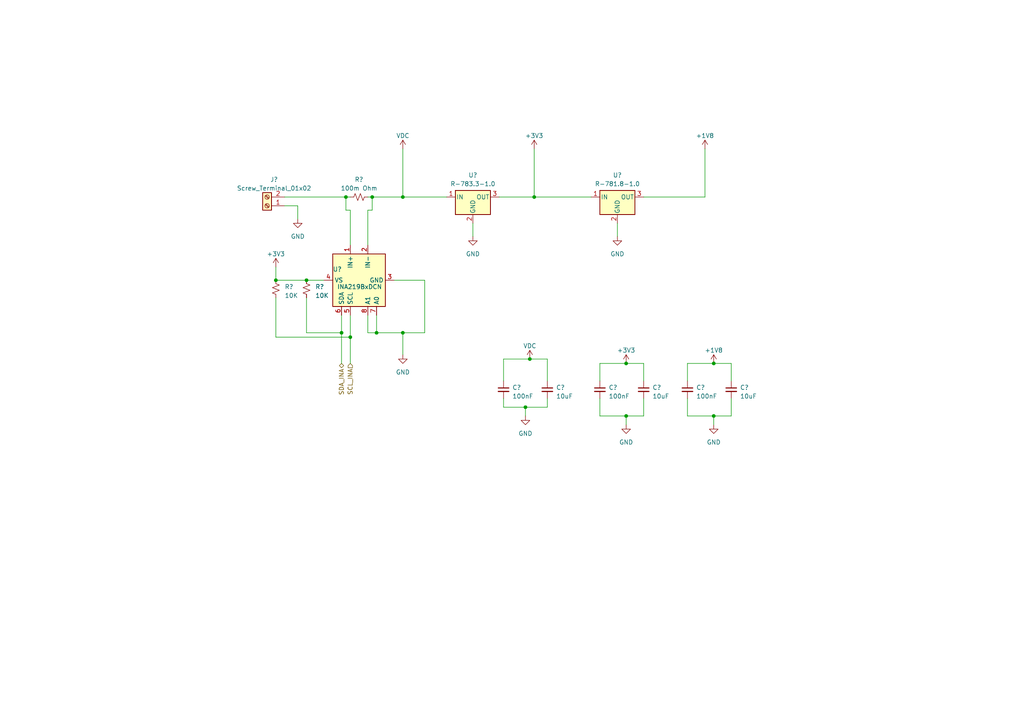
<source format=kicad_sch>
(kicad_sch (version 20210126) (generator eeschema)
  (paper "A4")
  (title_block (title "Asset tracker") (date "2021-04-22") (rev "V0") (company "eurocircutis"))
  (lib_symbols
    (symbol "Analog_ADC:INA219BxDCN"
      (property "Reference" "U" (at -6.35 8.89 0))
      (property "Value" "INA219BxDCN" (at 6.35 8.89 0))
      (symbol "INA219BxDCN_0_1"
        (rectangle (start -7.62 7.62) (end 7.62 -7.62) (stroke (width 0.254)) (fill (type background)))
      )
      (symbol "INA219BxDCN_1_1"
        (pin input line (at -10.16 2.54 0) (length 2.54) (name "IN+") (number "1"))
        (pin input line (at -10.16 -2.54 0) (length 2.54) (name "IN-") (number "2"))
        (pin power_in line (at 0 -10.16 90) (length 2.54) (name "GND") (number "3"))
        (pin power_in line (at 0 10.16 270) (length 2.54) (name "VS") (number "4"))
        (pin input line (at 10.16 2.54 180) (length 2.54) (name "SCL") (number "5"))
        (pin bidirectional line (at 10.16 5.08 180) (length 2.54) (name "SDA") (number "6"))
        (pin input line (at 10.16 -5.08 180) (length 2.54) (name "A0") (number "7"))
        (pin input line (at 10.16 -2.54 180) (length 2.54) (name "A1") (number "8"))
      )
    )
    (symbol "Connector:Screw_Terminal_01x02" (pin_names (offset 1.016) hide)
      (property "Reference" "J" (at 0 2.54 0))
      (property "Value" "Screw_Terminal_01x02" (at 0 -5.08 0))
      (symbol "Screw_Terminal_01x02_1_1"
        (circle (center 0 -2.54) (radius 0.635) (stroke (width 0.1524)))
        (circle (center 0 0) (radius 0.635) (stroke (width 0.1524)))
        (rectangle (start -1.27 1.27) (end 1.27 -3.81) (stroke (width 0.254)) (fill (type background)))
        (polyline (pts (xy -0.5334 -2.2098) (xy 0.3302 -3.048)) (stroke (width 0.1524)))
        (polyline (pts (xy -0.5334 0.3302) (xy 0.3302 -0.508)) (stroke (width 0.1524)))
        (polyline (pts (xy -0.3556 -2.032) (xy 0.508 -2.8702)) (stroke (width 0.1524)))
        (polyline (pts (xy -0.3556 0.508) (xy 0.508 -0.3302)) (stroke (width 0.1524)))
        (pin passive line (at -5.08 0 0) (length 3.81) (name "Pin_1") (number "1"))
        (pin passive line (at -5.08 -2.54 0) (length 3.81) (name "Pin_2") (number "2"))
      )
    )
    (symbol "Device:C_Small" (pin_numbers hide) (pin_names (offset 0.254) hide)
      (property "Reference" "C" (at 0.254 1.778 0))
      (property "Value" "C_Small" (at 0.254 -2.032 0))
      (symbol "C_Small_0_1"
        (polyline (pts (xy -1.524 -0.508) (xy 1.524 -0.508)) (stroke (width 0.3302)))
        (polyline (pts (xy -1.524 0.508) (xy 1.524 0.508)) (stroke (width 0.3048)))
      )
      (symbol "C_Small_1_1"
        (pin passive line (at 0 2.54 270) (length 2.032) (name "~") (number "1"))
        (pin passive line (at 0 -2.54 90) (length 2.032) (name "~") (number "2"))
      )
    )
    (symbol "Device:R_Small_US" (pin_numbers hide) (pin_names (offset 0.254) hide)
      (property "Reference" "R" (at 0.762 0.508 0))
      (property "Value" "R_Small_US" (at 0.762 -1.016 0))
      (symbol "R_Small_US_1_1"
        (polyline (pts (xy 0 0) (xy 1.016 -0.381) (xy 0 -0.762) (xy -1.016 -1.143) (xy 0 -1.524)))
        (polyline (pts (xy 0 1.524) (xy 1.016 1.143) (xy 0 0.762) (xy -1.016 0.381) (xy 0 0)))
        (pin passive line (at 0 2.54 270) (length 1.016) (name "~") (number "1"))
        (pin passive line (at 0 -2.54 90) (length 1.016) (name "~") (number "2"))
      )
    )
    (symbol "Regulator_Switching:R-781.8-1.0" (pin_names (offset 0.254))
      (property "Reference" "U" (at -3.81 3.175 0))
      (property "Value" "R-781.8-1.0" (at 0 3.175 0))
      (symbol "R-781.8-1.0_0_1"
        (rectangle (start -5.08 1.905) (end 5.08 -5.08) (stroke (width 0.254)) (fill (type background)))
      )
      (symbol "R-781.8-1.0_1_1"
        (pin power_in line (at -7.62 0 0) (length 2.54) (name "IN") (number "1"))
        (pin power_in line (at 0 -7.62 90) (length 2.54) (name "GND") (number "2"))
        (pin power_out line (at 7.62 0 180) (length 2.54) (name "OUT") (number "3"))
      )
    )
    (symbol "Regulator_Switching:R-783.3-1.0" (pin_names (offset 0.254))
      (property "Reference" "U" (at -3.81 3.175 0))
      (property "Value" "R-783.3-1.0" (at 0 3.175 0))
      (symbol "R-783.3-1.0_0_1"
        (rectangle (start -5.08 1.905) (end 5.08 -5.08) (stroke (width 0.254)) (fill (type background)))
      )
      (symbol "R-783.3-1.0_1_1"
        (pin power_in line (at -7.62 0 0) (length 2.54) (name "IN") (number "1"))
        (pin power_in line (at 0 -7.62 90) (length 2.54) (name "GND") (number "2"))
        (pin power_out line (at 7.62 0 180) (length 2.54) (name "OUT") (number "3"))
      )
    )
    (symbol "power:+1V8" (power) (pin_names (offset 0))
      (property "Value" "+1V8" (at 0 3.556 0))
      (symbol "+1V8_0_1"
        (polyline (pts (xy -0.762 1.27) (xy 0 2.54)))
        (polyline (pts (xy 0 0) (xy 0 2.54)))
        (polyline (pts (xy 0 2.54) (xy 0.762 1.27)))
      )
      (symbol "+1V8_1_1"
        (pin power_in line (at 0 0 90) (length 0) hide (name "+1V8") (number "1"))
      )
    )
    (symbol "power:+3V3" (power) (pin_names (offset 0))
      (property "Value" "+3V3" (at 0 3.556 0))
      (symbol "+3V3_0_1"
        (polyline (pts (xy -0.762 1.27) (xy 0 2.54)))
        (polyline (pts (xy 0 0) (xy 0 2.54)))
        (polyline (pts (xy 0 2.54) (xy 0.762 1.27)))
      )
      (symbol "+3V3_1_1"
        (pin power_in line (at 0 0 90) (length 0) hide (name "+3V3") (number "1"))
      )
    )
    (symbol "power:GND" (power) (pin_names (offset 0))
      (property "Value" "GND" (at 0 -3.81 0))
      (symbol "GND_0_1"
        (polyline (pts (xy 0 0) (xy 0 -1.27) (xy 1.27 -1.27) (xy 0 -2.54) (xy -1.27 -1.27) (xy 0 -1.27)))
      )
      (symbol "GND_1_1"
        (pin power_in line (at 0 0 270) (length 0) hide (name "GND") (number "1"))
      )
    )
    (symbol "power:VDC" (power) (pin_names (offset 0))
      (property "Value" "VDC" (at 0 6.35 0))
      (symbol "VDC_0_1"
        (polyline (pts (xy -0.762 1.27) (xy 0 2.54)))
        (polyline (pts (xy 0 0) (xy 0 2.54)))
        (polyline (pts (xy 0 2.54) (xy 0.762 1.27)))
      )
      (symbol "VDC_1_1"
        (pin power_in line (at 0 0 90) (length 0) hide (name "VDC") (number "1"))
      )
    )
  )
  (junction (at 80.01 81.28) (diameter 0.9144))
  (junction (at 88.9 81.28) (diameter 0.9144))
  (junction (at 99.06 96.52) (diameter 0.9144))
  (junction (at 100.33 57.15) (diameter 0.9144))
  (junction (at 101.6 97.79) (diameter 0.9144))
  (junction (at 107.95 57.15) (diameter 0.9144))
  (junction (at 109.22 96.52) (diameter 0.9144))
  (junction (at 116.84 57.15) (diameter 0.9144))
  (junction (at 116.84 96.52) (diameter 0.9144))
  (junction (at 152.4 118.11) (diameter 0.9144))
  (junction (at 153.67 104.14) (diameter 0.9144))
  (junction (at 154.94 57.15) (diameter 0.9144))
  (junction (at 181.61 105.41) (diameter 0.9144))
  (junction (at 181.61 120.65) (diameter 0.9144))
  (junction (at 207.01 105.41) (diameter 0.9144))
  (junction (at 207.01 120.65) (diameter 0.9144))
  (wire (pts (xy 80.01 81.28) (xy 80.01 77.47)))
  (wire (pts (xy 80.01 86.36) (xy 80.01 97.79)))
  (wire (pts (xy 80.01 97.79) (xy 101.6 97.79)))
  (wire (pts (xy 82.55 57.15) (xy 100.33 57.15)))
  (wire (pts (xy 82.55 59.69) (xy 86.36 59.69)))
  (wire (pts (xy 86.36 59.69) (xy 86.36 63.5)))
  (wire (pts (xy 88.9 81.28) (xy 80.01 81.28)))
  (wire (pts (xy 88.9 86.36) (xy 88.9 96.52)))
  (wire (pts (xy 93.98 81.28) (xy 88.9 81.28)))
  (wire (pts (xy 99.06 91.44) (xy 99.06 96.52)))
  (wire (pts (xy 99.06 96.52) (xy 88.9 96.52)))
  (wire (pts (xy 99.06 96.52) (xy 99.06 105.41)))
  (wire (pts (xy 100.33 57.15) (xy 100.33 60.96)))
  (wire (pts (xy 100.33 57.15) (xy 101.6 57.15)))
  (wire (pts (xy 101.6 60.96) (xy 100.33 60.96)))
  (wire (pts (xy 101.6 60.96) (xy 101.6 71.12)))
  (wire (pts (xy 101.6 97.79) (xy 101.6 91.44)))
  (wire (pts (xy 101.6 97.79) (xy 101.6 105.41)))
  (wire (pts (xy 106.68 57.15) (xy 107.95 57.15)))
  (wire (pts (xy 106.68 60.96) (xy 106.68 71.12)))
  (wire (pts (xy 106.68 60.96) (xy 107.95 60.96)))
  (wire (pts (xy 106.68 91.44) (xy 106.68 96.52)))
  (wire (pts (xy 106.68 96.52) (xy 109.22 96.52)))
  (wire (pts (xy 107.95 57.15) (xy 107.95 60.96)))
  (wire (pts (xy 107.95 57.15) (xy 116.84 57.15)))
  (wire (pts (xy 109.22 91.44) (xy 109.22 96.52)))
  (wire (pts (xy 109.22 96.52) (xy 116.84 96.52)))
  (wire (pts (xy 114.3 81.28) (xy 123.19 81.28)))
  (wire (pts (xy 116.84 43.18) (xy 116.84 57.15)))
  (wire (pts (xy 116.84 57.15) (xy 129.54 57.15)))
  (wire (pts (xy 116.84 96.52) (xy 116.84 102.87)))
  (wire (pts (xy 116.84 96.52) (xy 123.19 96.52)))
  (wire (pts (xy 123.19 81.28) (xy 123.19 96.52)))
  (wire (pts (xy 137.16 64.77) (xy 137.16 68.58)))
  (wire (pts (xy 144.78 57.15) (xy 154.94 57.15)))
  (wire (pts (xy 146.05 104.14) (xy 153.67 104.14)))
  (wire (pts (xy 146.05 110.49) (xy 146.05 104.14)))
  (wire (pts (xy 146.05 115.57) (xy 146.05 118.11)))
  (wire (pts (xy 152.4 118.11) (xy 146.05 118.11)))
  (wire (pts (xy 152.4 118.11) (xy 158.75 118.11)))
  (wire (pts (xy 152.4 120.65) (xy 152.4 118.11)))
  (wire (pts (xy 153.67 104.14) (xy 158.75 104.14)))
  (wire (pts (xy 154.94 43.18) (xy 154.94 57.15)))
  (wire (pts (xy 154.94 57.15) (xy 171.45 57.15)))
  (wire (pts (xy 158.75 104.14) (xy 158.75 110.49)))
  (wire (pts (xy 158.75 118.11) (xy 158.75 115.57)))
  (wire (pts (xy 173.99 105.41) (xy 181.61 105.41)))
  (wire (pts (xy 173.99 110.49) (xy 173.99 105.41)))
  (wire (pts (xy 173.99 120.65) (xy 173.99 115.57)))
  (wire (pts (xy 179.07 64.77) (xy 179.07 68.58)))
  (wire (pts (xy 181.61 105.41) (xy 186.69 105.41)))
  (wire (pts (xy 181.61 120.65) (xy 173.99 120.65)))
  (wire (pts (xy 181.61 120.65) (xy 186.69 120.65)))
  (wire (pts (xy 181.61 123.19) (xy 181.61 120.65)))
  (wire (pts (xy 186.69 57.15) (xy 204.47 57.15)))
  (wire (pts (xy 186.69 105.41) (xy 186.69 110.49)))
  (wire (pts (xy 186.69 120.65) (xy 186.69 115.57)))
  (wire (pts (xy 199.39 105.41) (xy 207.01 105.41)))
  (wire (pts (xy 199.39 110.49) (xy 199.39 105.41)))
  (wire (pts (xy 199.39 120.65) (xy 199.39 115.57)))
  (wire (pts (xy 204.47 43.18) (xy 204.47 57.15)))
  (wire (pts (xy 207.01 105.41) (xy 212.09 105.41)))
  (wire (pts (xy 207.01 120.65) (xy 199.39 120.65)))
  (wire (pts (xy 207.01 120.65) (xy 212.09 120.65)))
  (wire (pts (xy 207.01 123.19) (xy 207.01 120.65)))
  (wire (pts (xy 212.09 105.41) (xy 212.09 110.49)))
  (wire (pts (xy 212.09 120.65) (xy 212.09 115.57)))
  (hierarchical_label "SDA_INA" (shape bidirectional) (at 99.06 105.41 270))
  (hierarchical_label "SCL_INA" (shape input) (at 101.6 105.41 270))
  (symbol (lib_id "power:+3V3") (at 80.01 77.47 0) (unit 1)
    (property "Reference" "#PWR?" (effects hide))
    (property "Value" "+3V3" (at 80.01 73.66 0))
  )
  (symbol (lib_id "power:VDC") (at 116.84 43.18 0) (unit 1)
    (property "Reference" "#PWR?" (effects hide))
    (property "Value" "VDC" (at 116.84 39.37 0))
  )
  (symbol (lib_id "power:VDC") (at 153.67 104.14 0) (unit 1)
    (property "Reference" "#PWR?" (effects hide))
    (property "Value" "VDC" (at 153.67 100.33 0))
  )
  (symbol (lib_id "power:+3V3") (at 154.94 43.18 0) (unit 1)
    (property "Reference" "#PWR?" (effects hide))
    (property "Value" "+3V3" (at 154.94 39.37 0))
  )
  (symbol (lib_id "power:+3V3") (at 181.61 105.41 0) (unit 1)
    (property "Reference" "#PWR?" (effects hide))
    (property "Value" "+3V3" (at 181.61 101.6 0))
  )
  (symbol (lib_id "power:+1V8") (at 204.47 43.18 0) (unit 1)
    (property "Reference" "#PWR?" (effects hide))
    (property "Value" "+1V8" (at 204.47 39.37 0))
  )
  (symbol (lib_id "power:+1V8") (at 207.01 105.41 0) (unit 1)
    (property "Reference" "#PWR?" (effects hide))
    (property "Value" "+1V8" (at 207.01 101.6 0))
  )
  (symbol (lib_id "power:GND") (at 86.36 63.5 0) (unit 1)
    (property "Reference" "#PWR?" (effects hide))
    (property "Value" "GND" (at 86.36 68.58 0))
  )
  (symbol (lib_id "power:GND") (at 116.84 102.87 0) (unit 1)
    (property "Reference" "#PWR?" (effects hide))
    (property "Value" "GND" (at 116.84 107.95 0))
  )
  (symbol (lib_id "power:GND") (at 137.16 68.58 0) (unit 1)
    (property "Reference" "#PWR?" (effects hide))
    (property "Value" "GND" (at 137.16 73.66 0))
  )
  (symbol (lib_id "power:GND") (at 152.4 120.65 0) (unit 1)
    (property "Reference" "#PWR?" (effects hide))
    (property "Value" "GND" (at 152.4 125.73 0))
  )
  (symbol (lib_id "power:GND") (at 179.07 68.58 0) (unit 1)
    (property "Reference" "#PWR?" (effects hide))
    (property "Value" "GND" (at 179.07 73.66 0))
  )
  (symbol (lib_id "power:GND") (at 181.61 123.19 0) (unit 1)
    (property "Reference" "#PWR?" (effects hide))
    (property "Value" "GND" (at 181.61 128.27 0))
  )
  (symbol (lib_id "power:GND") (at 207.01 123.19 0) (unit 1)
    (property "Reference" "#PWR?" (effects hide))
    (property "Value" "GND" (at 207.01 128.27 0))
  )
  (symbol (lib_id "Device:R_Small_US") (at 80.01 83.82 0) (unit 1)
    (property "Reference" "R?" (at 82.55 83.1849 0) (effects (justify left)))
    (property "Value" "10K" (at 82.55 85.7249 0) (effects (justify left)))
  )
  (symbol (lib_id "Device:R_Small_US") (at 88.9 83.82 0) (unit 1)
    (property "Reference" "R?" (at 91.44 83.1849 0) (effects (justify left)))
    (property "Value" "10K" (at 91.44 85.7249 0) (effects (justify left)))
  )
  (symbol (lib_id "Device:R_Small_US") (at 104.14 57.15 90) (unit 1)
    (property "Reference" "R?" (at 104.14 52.07 90))
    (property "Value" "100m Ohm" (at 104.14 54.61 90))
    (property "Footprint" "vanalles:R_2512_6332Metric_Pad1.40x3.35mm_HandSolder" (effects hide))
  )
  (symbol (lib_id "Device:C_Small") (at 146.05 113.03 0) (unit 1)
    (property "Reference" "C?" (at 148.59 112.3949 0) (effects (justify left)))
    (property "Value" "100nF" (at 148.59 114.9349 0) (effects (justify left)))
  )
  (symbol (lib_id "Device:C_Small") (at 158.75 113.03 0) (unit 1)
    (property "Reference" "C?" (at 161.29 112.3949 0) (effects (justify left)))
    (property "Value" "10uF" (at 161.29 114.9349 0) (effects (justify left)))
  )
  (symbol (lib_id "Device:C_Small") (at 173.99 113.03 0) (unit 1)
    (property "Reference" "C?" (at 176.53 112.3949 0) (effects (justify left)))
    (property "Value" "100nF" (at 176.53 114.9349 0) (effects (justify left)))
  )
  (symbol (lib_id "Device:C_Small") (at 186.69 113.03 0) (unit 1)
    (property "Reference" "C?" (at 189.23 112.3949 0) (effects (justify left)))
    (property "Value" "10uF" (at 189.23 114.9349 0) (effects (justify left)))
  )
  (symbol (lib_id "Device:C_Small") (at 199.39 113.03 0) (unit 1)
    (property "Reference" "C?" (at 201.93 112.3949 0) (effects (justify left)))
    (property "Value" "100nF" (at 201.93 114.9349 0) (effects (justify left)))
  )
  (symbol (lib_id "Device:C_Small") (at 212.09 113.03 0) (unit 1)
    (property "Reference" "C?" (at 214.63 112.3949 0) (effects (justify left)))
    (property "Value" "10uF" (at 214.63 114.9349 0) (effects (justify left)))
  )
  (symbol (lib_id "Connector:Screw_Terminal_01x02") (at 77.47 59.69 180) (unit 1)
    (property "Reference" "J?" (at 79.502 52.07 0))
    (property "Value" "Screw_Terminal_01x02" (at 79.502 54.61 0))
    (property "Footprint" "connectors_user:2pin_screw" (effects hide))
  )
  (symbol (lib_id "Regulator_Switching:R-783.3-1.0") (at 137.16 57.15 0) (unit 1)
    (property "Reference" "U?" (at 137.16 50.8 0))
    (property "Value" "R-783.3-1.0" (at 137.16 53.34 0))
    (property "Footprint" "Converter_DCDC:Converter_DCDC_RECOM_R-78E-0.5_THT" (effects hide))
    (property "Datasheet" "https://www.recom-power.com/pdf/Innoline/R-78xx-1.0.pdf" (effects hide))
  )
  (symbol (lib_id "Regulator_Switching:R-781.8-1.0") (at 179.07 57.15 0) (unit 1)
    (property "Reference" "U?" (at 179.07 50.8 0))
    (property "Value" "R-781.8-1.0" (at 179.07 53.34 0))
    (property "Footprint" "Converter_DCDC:Converter_DCDC_RECOM_R-78E-0.5_THT" (effects hide))
    (property "Datasheet" "https://www.recom-power.com/pdf/Innoline/R-78xx-1.0.pdf" (effects hide))
  )
  (symbol (lib_id "Analog_ADC:INA219BxDCN") (at 104.14 81.28 90) (mirror x) (unit 1)
    (property "Reference" "U?" (at 96.52 78.1049 90) (effects (justify right)))
    (property "Value" "INA219BxDCN" (at 97.79 83.1849 90) (effects (justify right)))
    (property "Footprint" "Package_TO_SOT_SMD:SOT-23-8" (effects hide))
    (property "Datasheet" "http://www.ti.com/lit/ds/symlink/ina219.pdf" (effects hide))
  )
)
</source>
